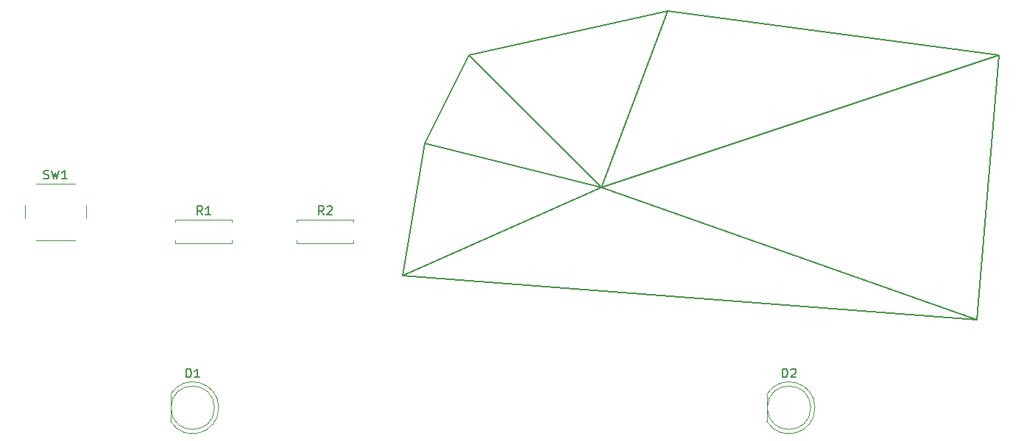
<source format=gbr>
%TF.GenerationSoftware,KiCad,Pcbnew,7.0.5-0*%
%TF.CreationDate,2025-06-01T12:15:49-04:00*%
%TF.ProjectId,Solder,536f6c64-6572-42e6-9b69-6361645f7063,rev?*%
%TF.SameCoordinates,Original*%
%TF.FileFunction,Legend,Top*%
%TF.FilePolarity,Positive*%
%FSLAX46Y46*%
G04 Gerber Fmt 4.6, Leading zero omitted, Abs format (unit mm)*
G04 Created by KiCad (PCBNEW 7.0.5-0) date 2025-06-01 12:15:49*
%MOMM*%
%LPD*%
G01*
G04 APERTURE LIST*
%ADD10C,0.150000*%
%ADD11C,0.120000*%
G04 APERTURE END LIST*
D10*
X139700000Y-93980000D02*
X144780000Y-83820000D01*
X139700000Y-93980000D02*
X160020000Y-99060000D01*
X137160000Y-109220000D02*
X139700000Y-93980000D01*
X144780000Y-83820000D02*
X160020000Y-99060000D01*
X167640000Y-78740000D02*
X144780000Y-83820000D01*
X167640000Y-78740000D02*
X205740000Y-83820000D01*
X160020000Y-99060000D02*
X167640000Y-78740000D01*
X205740000Y-83820000D02*
X160020000Y-99060000D01*
X203200000Y-114300000D02*
X205740000Y-83820000D01*
X137160000Y-109220000D02*
X203200000Y-114300000D01*
X160020000Y-99060000D02*
X137160000Y-109220000D01*
X160020000Y-99060000D02*
X203200000Y-114300000D01*
%TO.C,SW1*%
X95896667Y-98047200D02*
X96039524Y-98094819D01*
X96039524Y-98094819D02*
X96277619Y-98094819D01*
X96277619Y-98094819D02*
X96372857Y-98047200D01*
X96372857Y-98047200D02*
X96420476Y-97999580D01*
X96420476Y-97999580D02*
X96468095Y-97904342D01*
X96468095Y-97904342D02*
X96468095Y-97809104D01*
X96468095Y-97809104D02*
X96420476Y-97713866D01*
X96420476Y-97713866D02*
X96372857Y-97666247D01*
X96372857Y-97666247D02*
X96277619Y-97618628D01*
X96277619Y-97618628D02*
X96087143Y-97571009D01*
X96087143Y-97571009D02*
X95991905Y-97523390D01*
X95991905Y-97523390D02*
X95944286Y-97475771D01*
X95944286Y-97475771D02*
X95896667Y-97380533D01*
X95896667Y-97380533D02*
X95896667Y-97285295D01*
X95896667Y-97285295D02*
X95944286Y-97190057D01*
X95944286Y-97190057D02*
X95991905Y-97142438D01*
X95991905Y-97142438D02*
X96087143Y-97094819D01*
X96087143Y-97094819D02*
X96325238Y-97094819D01*
X96325238Y-97094819D02*
X96468095Y-97142438D01*
X96801429Y-97094819D02*
X97039524Y-98094819D01*
X97039524Y-98094819D02*
X97230000Y-97380533D01*
X97230000Y-97380533D02*
X97420476Y-98094819D01*
X97420476Y-98094819D02*
X97658572Y-97094819D01*
X98563333Y-98094819D02*
X97991905Y-98094819D01*
X98277619Y-98094819D02*
X98277619Y-97094819D01*
X98277619Y-97094819D02*
X98182381Y-97237676D01*
X98182381Y-97237676D02*
X98087143Y-97332914D01*
X98087143Y-97332914D02*
X97991905Y-97380533D01*
%TO.C,R2*%
X128103333Y-102224819D02*
X127770000Y-101748628D01*
X127531905Y-102224819D02*
X127531905Y-101224819D01*
X127531905Y-101224819D02*
X127912857Y-101224819D01*
X127912857Y-101224819D02*
X128008095Y-101272438D01*
X128008095Y-101272438D02*
X128055714Y-101320057D01*
X128055714Y-101320057D02*
X128103333Y-101415295D01*
X128103333Y-101415295D02*
X128103333Y-101558152D01*
X128103333Y-101558152D02*
X128055714Y-101653390D01*
X128055714Y-101653390D02*
X128008095Y-101701009D01*
X128008095Y-101701009D02*
X127912857Y-101748628D01*
X127912857Y-101748628D02*
X127531905Y-101748628D01*
X128484286Y-101320057D02*
X128531905Y-101272438D01*
X128531905Y-101272438D02*
X128627143Y-101224819D01*
X128627143Y-101224819D02*
X128865238Y-101224819D01*
X128865238Y-101224819D02*
X128960476Y-101272438D01*
X128960476Y-101272438D02*
X129008095Y-101320057D01*
X129008095Y-101320057D02*
X129055714Y-101415295D01*
X129055714Y-101415295D02*
X129055714Y-101510533D01*
X129055714Y-101510533D02*
X129008095Y-101653390D01*
X129008095Y-101653390D02*
X128436667Y-102224819D01*
X128436667Y-102224819D02*
X129055714Y-102224819D01*
%TO.C,R1*%
X114133333Y-102224819D02*
X113800000Y-101748628D01*
X113561905Y-102224819D02*
X113561905Y-101224819D01*
X113561905Y-101224819D02*
X113942857Y-101224819D01*
X113942857Y-101224819D02*
X114038095Y-101272438D01*
X114038095Y-101272438D02*
X114085714Y-101320057D01*
X114085714Y-101320057D02*
X114133333Y-101415295D01*
X114133333Y-101415295D02*
X114133333Y-101558152D01*
X114133333Y-101558152D02*
X114085714Y-101653390D01*
X114085714Y-101653390D02*
X114038095Y-101701009D01*
X114038095Y-101701009D02*
X113942857Y-101748628D01*
X113942857Y-101748628D02*
X113561905Y-101748628D01*
X115085714Y-102224819D02*
X114514286Y-102224819D01*
X114800000Y-102224819D02*
X114800000Y-101224819D01*
X114800000Y-101224819D02*
X114704762Y-101367676D01*
X114704762Y-101367676D02*
X114609524Y-101462914D01*
X114609524Y-101462914D02*
X114514286Y-101510533D01*
%TO.C,D2*%
X180871905Y-120954819D02*
X180871905Y-119954819D01*
X180871905Y-119954819D02*
X181110000Y-119954819D01*
X181110000Y-119954819D02*
X181252857Y-120002438D01*
X181252857Y-120002438D02*
X181348095Y-120097676D01*
X181348095Y-120097676D02*
X181395714Y-120192914D01*
X181395714Y-120192914D02*
X181443333Y-120383390D01*
X181443333Y-120383390D02*
X181443333Y-120526247D01*
X181443333Y-120526247D02*
X181395714Y-120716723D01*
X181395714Y-120716723D02*
X181348095Y-120811961D01*
X181348095Y-120811961D02*
X181252857Y-120907200D01*
X181252857Y-120907200D02*
X181110000Y-120954819D01*
X181110000Y-120954819D02*
X180871905Y-120954819D01*
X181824286Y-120050057D02*
X181871905Y-120002438D01*
X181871905Y-120002438D02*
X181967143Y-119954819D01*
X181967143Y-119954819D02*
X182205238Y-119954819D01*
X182205238Y-119954819D02*
X182300476Y-120002438D01*
X182300476Y-120002438D02*
X182348095Y-120050057D01*
X182348095Y-120050057D02*
X182395714Y-120145295D01*
X182395714Y-120145295D02*
X182395714Y-120240533D01*
X182395714Y-120240533D02*
X182348095Y-120383390D01*
X182348095Y-120383390D02*
X181776667Y-120954819D01*
X181776667Y-120954819D02*
X182395714Y-120954819D01*
%TO.C,D1*%
X112291905Y-120954819D02*
X112291905Y-119954819D01*
X112291905Y-119954819D02*
X112530000Y-119954819D01*
X112530000Y-119954819D02*
X112672857Y-120002438D01*
X112672857Y-120002438D02*
X112768095Y-120097676D01*
X112768095Y-120097676D02*
X112815714Y-120192914D01*
X112815714Y-120192914D02*
X112863333Y-120383390D01*
X112863333Y-120383390D02*
X112863333Y-120526247D01*
X112863333Y-120526247D02*
X112815714Y-120716723D01*
X112815714Y-120716723D02*
X112768095Y-120811961D01*
X112768095Y-120811961D02*
X112672857Y-120907200D01*
X112672857Y-120907200D02*
X112530000Y-120954819D01*
X112530000Y-120954819D02*
X112291905Y-120954819D01*
X113815714Y-120954819D02*
X113244286Y-120954819D01*
X113530000Y-120954819D02*
X113530000Y-119954819D01*
X113530000Y-119954819D02*
X113434762Y-120097676D01*
X113434762Y-120097676D02*
X113339524Y-120192914D01*
X113339524Y-120192914D02*
X113244286Y-120240533D01*
D11*
%TO.C,SW1*%
X94980000Y-105140000D02*
X99480000Y-105140000D01*
X93730000Y-101140000D02*
X93730000Y-102640000D01*
X99480000Y-98640000D02*
X94980000Y-98640000D01*
X100730000Y-102640000D02*
X100730000Y-101140000D01*
%TO.C,R2*%
X131540000Y-105510000D02*
X131540000Y-105180000D01*
X125000000Y-102770000D02*
X131540000Y-102770000D01*
X125000000Y-105510000D02*
X131540000Y-105510000D01*
X125000000Y-105180000D02*
X125000000Y-105510000D01*
X125000000Y-103100000D02*
X125000000Y-102770000D01*
X131540000Y-102770000D02*
X131540000Y-103100000D01*
%TO.C,R1*%
X117570000Y-105510000D02*
X117570000Y-105180000D01*
X111030000Y-102770000D02*
X117570000Y-102770000D01*
X111030000Y-105510000D02*
X117570000Y-105510000D01*
X111030000Y-105180000D02*
X111030000Y-105510000D01*
X111030000Y-103100000D02*
X111030000Y-102770000D01*
X117570000Y-102770000D02*
X117570000Y-103100000D01*
%TO.C,D2*%
X179050000Y-122915000D02*
X179050000Y-126005000D01*
X179050000Y-126004830D02*
G75*
G03*
X184600000Y-124459538I2560000J1544830D01*
G01*
X184599999Y-124460462D02*
G75*
G03*
X179050001Y-122915170I-2989999J462D01*
G01*
X184110000Y-124460000D02*
G75*
G03*
X184110000Y-124460000I-2500000J0D01*
G01*
%TO.C,D1*%
X115530000Y-124460000D02*
G75*
G03*
X115530000Y-124460000I-2500000J0D01*
G01*
X116019999Y-124460462D02*
G75*
G03*
X110470001Y-122915170I-2989999J462D01*
G01*
X110470000Y-126004830D02*
G75*
G03*
X116020000Y-124459538I2560000J1544830D01*
G01*
X110470000Y-122915000D02*
X110470000Y-126005000D01*
%TD*%
M02*

</source>
